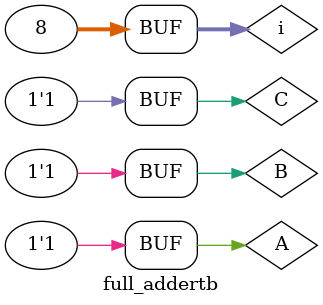
<source format=v>

module full_adder (
    input a,b,c,
    output s0,s1,s3,c0,c1,c3,s4,c4,c5,s5,

    output reg c2,s2
);

wire [7:1]w;

wire w1,w2,w3,w4,w5,w6;

wire l,m,n;

assign s0=a^b^c;                           //dataflow modelling   
assign c0=(a&b) + (c&(a^b));

xor a1(w1,a,b);                    //mixed gatelevel modelling
xor a2(s1,c,w1);
and a3(w2,a,b);
and a4(w3,w1,c);
or a5(c1,w3,w2);

nand e1(w[1],a,b);                        //nand gate logic
nand r2(w[2],a,w[1]);
nand d3(w[3],w[1],b);
nand d4(w[4],w[3],w[2]);
nand af5(w[5], w[4],c);
nand a6a(w[6],w[4], w[5]);
nand a7(w[7], w[5], c);
nand a8(s3,w[6],w[7]);
nand a9(c3, w[1],w[5]);


always @ (*)                       //behavioral modelling
begin
    case ({a,b,c})
    
     3'b000: begin s2=0; c2=0; end
     3'b001: begin s2=1; c2=0; end
     3'b010: begin s2=1; c2=0; end
     3'b011: begin s2=0; c2=1; end
     3'b100: begin s2=1; c2=0; end
     3'b101: begin s2=0; c2=1; end
     3'b110: begin s2=0; c2=1; end
     3'b111: begin s2=1; c2=1; end

    endcase

end



assign {c4,s4}= a+b+c;      //overflow bit method

assign s5=a?(b?(c?1:0):(c?0:1)):(b?(c?0:1):(c?1:0));     //using conditional operarotor
assign c5=a?(b?(c?1:1):(c?1:0)):(b?(c?0:0):(c?0:0));


endmodule

module full_addertb;

wire S0,S1,S2,S3,S4,S5,C0,C1,C2,C3,C4,C5;
reg A,B,C;
integer i;

full_adder k(.a(A), .b(B), .c(C), .s0(S0), .s1(S1), .s2(S2), .s3(S3), .s4(S4), .s5(S5), .c0(C0), .c1(C1), .c2(C2), .c3(C3), .c4(C4), .c5(C5));

initial
begin
    A=0;B=0;C=0;
    for(i=0;i<8;i=i+1)
     begin
        {A,B,C}=i;
        #35;
     end
end
    
endmodule


</source>
